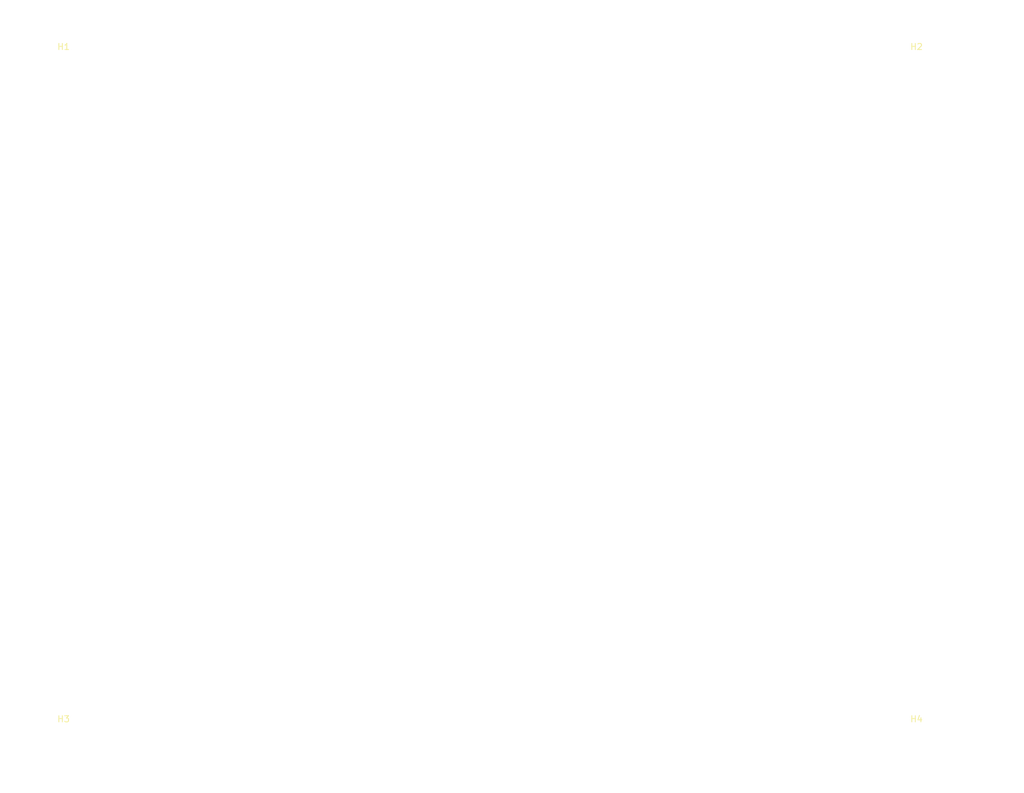
<source format=kicad_pcb>
(kicad_pcb (version 20210228) (generator pcbnew)
  (title_block (title "Enter Title On Page Setting Dialog") (rev "1") (company "KiCAD"))
  (layers (0 "F.Cu" signal) (31 "B.Cu" signal) (34 "B.Paste" user) (35 "F.Paste" user) (36 "B.SilkS" user "B.Silkscreen") (37 "F.SilkS" user "F.Silkscreen") (38 "B.Mask" user) (39 "F.Mask" user) (44 "Edge.Cuts" user))
  (net 0 "")
  (footprint "MountingHole:MountingHole_3.2mm_M3" (layer "F.Cu") (at 70.5 35.9)
    (fp_text reference "H1" (at 5.16 -0.205) (layer "F.SilkS"))
    (fp_text value "MountingHole")
    (pad "1" np_thru_hole circle (at 0 0) (size 3.2 3.2) (drill 3.2) (layers *.Cu *.Mask))
  )
  (footprint "MountingHole:MountingHole_3.2mm_M3" (layer "F.Cu") (at 219.5 35.9)
    (fp_text reference "H2" (at -5.26 -0.205) (layer "F.SilkS"))
    (fp_text value "MountingHole")
    (pad "1" np_thru_hole circle (at 0 0) (size 3.2 3.2) (drill 3.2) (layers *.Cu *.Mask))
  )
  (footprint "MountingHole:MountingHole_3.2mm_M3" (layer "F.Cu") (at 70.5 145)
    (fp_text reference "H3" (at 5.16 -0.08) (layer "F.SilkS"))
    (fp_text value "MountingHole")
    (pad "1" np_thru_hole circle (at 0 0) (size 3.2 3.2) (drill 3.2) (layers *.Cu *.Mask))
  )
  (footprint "MountingHole:MountingHole_3.2mm_M3" (layer "F.Cu") (at 219.5 145)
    (fp_text reference "H4" (at -5.26 -0.08) (layer "F.SilkS"))
    (fp_text value "MountingHole")
    (pad "1" np_thru_hole circle (at 0 0) (size 3.2 3.2) (drill 3.2) (layers *.Cu *.Mask))
  )
  (gr_line (start 65.5 30.9) (end 65.5 150) (layer "Edge.Cuts") (width 0.00254))
  (gr_line (start 65.5 150) (end 224.5 150) (layer "Edge.Cuts") (width 0.00254))
  (gr_line (start 224.5 30.9) (end 65.5 30.9) (layer "Edge.Cuts") (width 0.00254))
  (gr_line (start 224.5 30.9) (end 224.5 150) (layer "Edge.Cuts") (width 0.00254))
)
</source>
